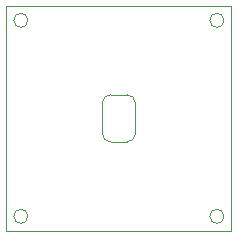
<source format=gm1>
G04 #@! TF.GenerationSoftware,KiCad,Pcbnew,(6.0.2-0)*
G04 #@! TF.CreationDate,2022-08-03T13:24:14+02:00*
G04 #@! TF.ProjectId,optical-amoeba,6f707469-6361-46c2-9d61-6d6f6562612e,rev?*
G04 #@! TF.SameCoordinates,Original*
G04 #@! TF.FileFunction,Profile,NP*
%FSLAX46Y46*%
G04 Gerber Fmt 4.6, Leading zero omitted, Abs format (unit mm)*
G04 Created by KiCad (PCBNEW (6.0.2-0)) date 2022-08-03 13:24:14*
%MOMM*%
%LPD*%
G01*
G04 APERTURE LIST*
G04 #@! TA.AperFunction,Profile*
%ADD10C,0.100000*%
G04 #@! TD*
G04 #@! TA.AperFunction,Profile*
%ADD11C,0.120000*%
G04 #@! TD*
G04 APERTURE END LIST*
D10*
X90470000Y-109520000D02*
X109530000Y-109520000D01*
X109530000Y-109520000D02*
X109530000Y-90470000D01*
X109530000Y-90470000D02*
X90470000Y-90470000D01*
X90470000Y-90470000D02*
X90470000Y-109520000D01*
D11*
X98600000Y-101300000D02*
X98600000Y-98700000D01*
X100700000Y-102000000D02*
X99300000Y-102000000D01*
X101400000Y-98700000D02*
X101400000Y-101300000D01*
X99300000Y-98000000D02*
X100700000Y-98000000D01*
X99300000Y-98000000D02*
G75*
G03*
X98600000Y-98700000I-1J-699999D01*
G01*
X101400000Y-98700000D02*
G75*
G03*
X100700000Y-98000000I-699999J1D01*
G01*
X100700000Y-102000000D02*
G75*
G03*
X101400000Y-101300000I1J699999D01*
G01*
X98600000Y-101300000D02*
G75*
G03*
X99300000Y-102000000I699999J-1D01*
G01*
X92300000Y-91700000D02*
G75*
G03*
X92300000Y-91700000I-600000J0D01*
G01*
X92300000Y-108300000D02*
G75*
G03*
X92300000Y-108300000I-600000J0D01*
G01*
X108900000Y-91700000D02*
G75*
G03*
X108900000Y-91700000I-600000J0D01*
G01*
X108900000Y-108300000D02*
G75*
G03*
X108900000Y-108300000I-600000J0D01*
G01*
M02*

</source>
